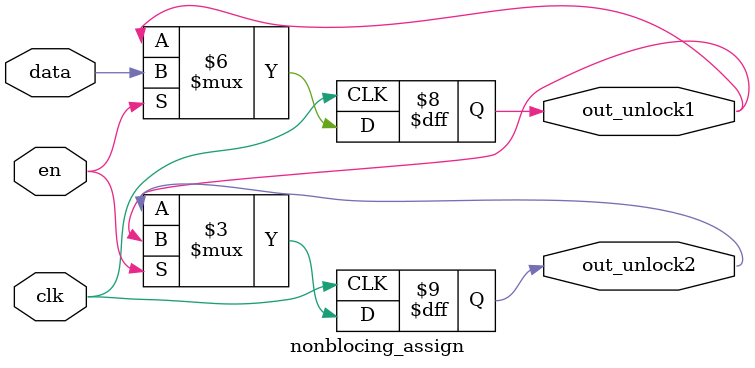
<source format=v>
module nonblocing_assign(data, clk, en, out_unlock1, out_unlock2);
	input data;
	input clk;
	input en;
	output reg out_unlock1;
	output reg out_unlock2;
	
	always @(posedge clk)
		if(en)
			begin
				out_unlock1 <= data;
				out_unlock2 <= out_unlock1;
			end
		else
			begin
				out_unlock1 <= out_unlock1;
				out_unlock2 <= out_unlock2;
			end
endmodule 
</source>
